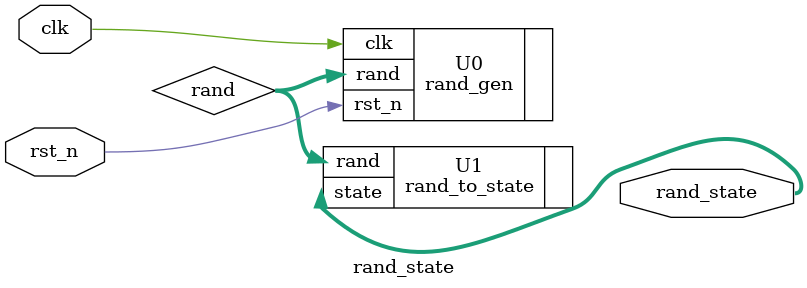
<source format=v>
`timescale 1ns / 1ps

module rand_state(
    input clk,
    input rst_n,
    output [4:0] rand_state
    );
    // rand_gen
    wire [4:0] rand;
    rand_gen U0(
        .clk        (clk),
        .rst_n      (rst_n),
        .rand       (rand)
    );
    // rand_to_state
    rand_to_state U1(
        .rand       (rand),
        .state      (rand_state)
    );
endmodule

</source>
